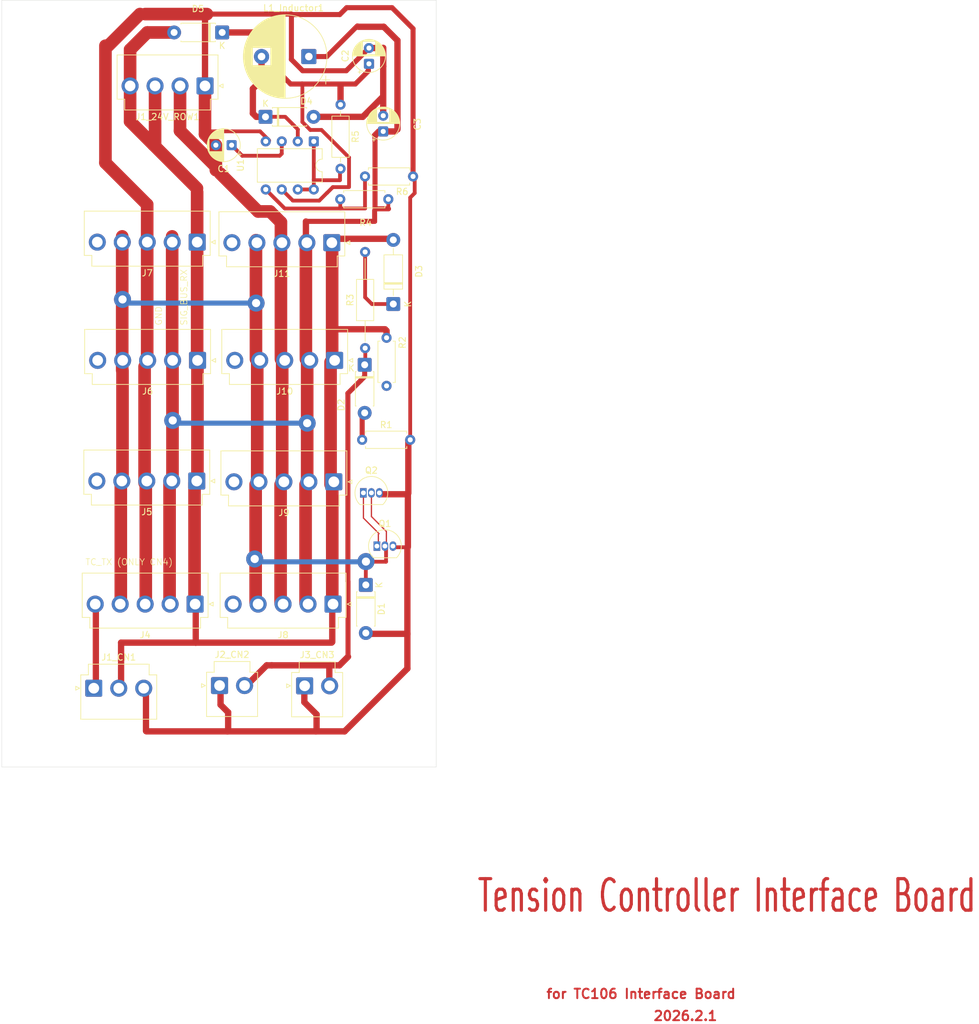
<source format=kicad_pcb>
(kicad_pcb (version 20241229) (generator "pcbnew") (generator_version "9.0")
  (layers (0 "F.Cu" signal) (2 "B.Cu" signal) (13 "F.Paste" user) (15 "B.Paste" user) (5 "F.SilkS" user "F.Silkscreen") (7 "B.SilkS" user "B.Silkscreen") (1 "F.Mask" user) (3 "B.Mask" user) (25 "Edge.Cuts" user))
  (net 0 "")
  (net 1 "/VCC_9V")
  (net 2 "Net-(D2-A)")
  (net 3 "Net-(U1-DC)")
  (net 4 "Net-(D2-K)")
  (net 5 "Net-(D3-K)")
  (net 6 "Net-(U1-TC)")
  (net 7 "Net-(D4-K)")
  (net 8 "/TC_CMD_BUS")
  (net 9 "/TC_DATA_REP")
  (net 10 "Net-(D5-K)")
  (net 11 "24V")
  (net 15 "GND")
  (net 16 "Net-(U1-Vfb)")
  (net 21 "/CMD_IN")
  (footprint "Connector_JST:JST_VH_B2P-VH-B_1x02_P3.96mm_Vertical" (layer "F.Cu") (at 156.8225 140.8)
    (property "Reference" "J3_CN3" (at 1.98 -4.9 0) (layer "F.SilkS"))
    (property "Value" "JST_VH_01x02")
    (pad "1" thru_hole roundrect (at 0 0) (size 2.7 2.7) (drill 1.7) (layers "*.Cu" "*.Mask") (roundrect_rratio 0.092593) (net 21 "/CMD_IN"))
    (pad "2" thru_hole circle (at 3.96 0) (size 2.7 2.7) (drill 1.7) (layers "*.Cu" "*.Mask") (net 4 "Net-(D2-K)"))
  )
  (footprint "Capacitor_THT:CP_Radial_D5.0mm_P2.50mm" (layer "F.Cu") (at 169.28 52.94 90)
    (property "Reference" "C3" (at 1.14 5.43 90) (layer "F.SilkS"))
    (property "Value" "470uF 16V")
    (pad "1" thru_hole roundrect (at 0 0 90) (size 1.6 1.6) (drill 0.8) (layers "*.Cu" "*.Mask") (roundrect_rratio 0.15625) (net 1 "/VCC_9V"))
    (pad "2" thru_hole circle (at 2.5 0 90) (size 1.6 1.6) (drill 0.8) (layers "*.Cu" "*.Mask") (net 15 "GND"))
  )
  (footprint "Resistor_THT:R_Axial_DIN0207_L6.3mm_D2.5mm_P7.62mm_Horizontal" (layer "F.Cu") (at 174.01 60.07 180)
    (property "Reference" "R6" (at 1.73 -2.41 0) (layer "F.SilkS"))
    (property "Value" "1kR")
    (pad "1" thru_hole circle (at 0 0 180) (size 1.6 1.6) (drill 0.8) (layers "*.Cu" "*.Mask") (net 21 "/CMD_IN"))
    (pad "2" thru_hole circle (at 7.62 0 180) (size 1.6 1.6) (drill 0.8) (layers "*.Cu" "*.Mask") (net 16 "Net-(U1-Vfb)"))
  )
  (footprint "Resistor_THT:R_Axial_DIN0207_L6.3mm_D2.5mm_P7.62mm_Horizontal" (layer "F.Cu") (at 165.94 101.81)
    (property "Reference" "R1" (at 3.81 -2.37 0) (layer "F.SilkS"))
    (property "Value" "220R")
    (pad "1" thru_hole circle (at 0 0) (size 1.6 1.6) (drill 0.8) (layers "*.Cu" "*.Mask") (net 2 "Net-(D2-A)"))
    (pad "2" thru_hole circle (at 7.62 0) (size 1.6 1.6) (drill 0.8) (layers "*.Cu" "*.Mask") (net 21 "/CMD_IN"))
  )
  (footprint "Connector_JST:JST_VH_B5P-VH-B_1x05_P3.96mm_Vertical" (layer "F.Cu") (at 161.32 127.85 180)
    (property "Reference" "J8" (at 7.92 -4.9 0) (layer "F.SilkS"))
    (property "Value" "JST_VH_01x05" (hide yes))
    (pad "1" thru_hole roundrect (at 0 0 180) (size 2.7 2.7) (drill 1.7) (layers "*.Cu" "*.Mask") (roundrect_rratio 0.092593) (net 11 "24V"))
    (pad "2" thru_hole circle (at 3.96 0 180) (size 2.7 2.7) (drill 1.7) (layers "*.Cu" "*.Mask") (net 1 "/VCC_9V"))
    (pad "3" thru_hole circle (at 7.92 0 180) (size 2.7 2.7) (drill 1.7) (layers "*.Cu" "*.Mask") (net 15 "GND"))
    (pad "4" thru_hole circle (at 11.88 0 180) (size 2.7 2.7) (drill 1.7) (layers "*.Cu" "*.Mask") (net 8 "/TC_CMD_BUS"))
    (pad "5" thru_hole circle (at 15.84 0 180) (size 2.7 2.7) (drill 1.7) (layers "*.Cu" "*.Mask"))
  )
  (footprint "Resistor_THT:R_Axial_DIN0207_L6.3mm_D2.5mm_P7.62mm_Horizontal" (layer "F.Cu") (at 169.81 93.26 90)
    (property "Reference" "R2" (at 6.86 2.52 90) (layer "F.SilkS"))
    (property "Value" "10kR")
    (pad "1" thru_hole circle (at 0 0 90) (size 1.6 1.6) (drill 0.8) (layers "*.Cu" "*.Mask"))
    (pad "2" thru_hole circle (at 7.62 0 90) (size 1.6 1.6) (drill 0.8) (layers "*.Cu" "*.Mask") (net 11 "24V"))
  )
  (footprint "Connector_JST:JST_VH_B5P-VH-B_1x05_P3.96mm_Vertical" (layer "F.Cu") (at 161.45 108.47 180)
    (property "Reference" "J9" (at 7.92 -4.9 0) (layer "F.SilkS"))
    (property "Value" "JST_VH_01x05" (hide yes))
    (pad "1" thru_hole roundrect (at 0 0 180) (size 2.7 2.7) (drill 1.7) (layers "*.Cu" "*.Mask") (roundrect_rratio 0.092593) (net 11 "24V"))
    (pad "2" thru_hole circle (at 3.96 0 180) (size 2.7 2.7) (drill 1.7) (layers "*.Cu" "*.Mask") (net 1 "/VCC_9V"))
    (pad "3" thru_hole circle (at 7.92 0 180) (size 2.7 2.7) (drill 1.7) (layers "*.Cu" "*.Mask") (net 15 "GND"))
    (pad "4" thru_hole circle (at 11.88 0 180) (size 2.7 2.7) (drill 1.7) (layers "*.Cu" "*.Mask") (net 8 "/TC_CMD_BUS"))
    (pad "5" thru_hole circle (at 15.84 0 180) (size 2.7 2.7) (drill 1.7) (layers "*.Cu" "*.Mask"))
  )
  (footprint "Resistor_THT:R_Axial_DIN0207_L6.3mm_D2.5mm_P15.24mm_Horizontal" (layer "F.Cu") (at 166.41 87.28 90)
    (property "Reference" "R3" (at 7.62 -2.37 90) (layer "F.SilkS"))
    (property "Value" "1k2R")
    (pad "1" thru_hole circle (at 0 0 90) (size 1.6 1.6) (drill 0.8) (layers "*.Cu" "*.Mask") (net 4 "Net-(D2-K)"))
    (pad "2" thru_hole circle (at 15.24 0 90) (size 1.6 1.6) (drill 0.8) (layers "*.Cu" "*.Mask") (net 5 "Net-(D3-K)"))
  )
  (footprint "Diode_THT:D_DO-41_SOD81_P7.62mm_Horizontal" (layer "F.Cu") (at 166.52 124.81 -90)
    (property "Reference" "D1" (at 3.81 -2.47 90) (layer "F.SilkS"))
    (property "Value" "1N4148" (hide yes))
    (fp_text user "K" (at 0 -2.1 90) (layer "F.SilkS"))
    (pad "1" thru_hole roundrect (at 0 0 270) (size 2.2 2.2) (drill 1.1) (layers "*.Cu" "*.Mask") (roundrect_rratio 0.113636) (net 8 "/TC_CMD_BUS"))
    (pad "2" thru_hole circle (at 7.62 0 270) (size 2.2 2.2) (drill 1.1) (layers "*.Cu" "*.Mask") (net 21 "/CMD_IN"))
  )
  (footprint "Diode_THT:D_DO-41_SOD81_P7.62mm_Horizontal" (layer "F.Cu") (at 166.34 89.92 -90)
    (property "Reference" "D2" (at 6.37 3.71 90) (layer "F.SilkS"))
    (property "Value" "1N4148")
    (fp_text user "K" (at 0.55 2.12 180) (layer "F.SilkS"))
    (pad "1" thru_hole roundrect (at 0 0 270) (size 2.2 2.2) (drill 1.1) (layers "*.Cu" "*.Mask") (roundrect_rratio 0.113636) (net 4 "Net-(D2-K)"))
    (pad "2" thru_hole circle (at 7.62 0 270) (size 2.2 2.2) (drill 1.1) (layers "*.Cu" "*.Mask") (net 2 "Net-(D2-A)"))
  )
  (footprint "Connector_JST:JST_VH_B5P-VH-B_1x05_P3.96mm_Vertical" (layer "F.Cu") (at 139.71 108.34 180)
    (property "Reference" "J5" (at 7.92 -4.9 0) (layer "F.SilkS"))
    (property "Value" "JST_VH_01x05" (hide yes))
    (pad "1" thru_hole roundrect (at 0 0 180) (size 2.7 2.7) (drill 1.7) (layers "*.Cu" "*.Mask") (roundrect_rratio 0.092593) (net 11 "24V"))
    (pad "2" thru_hole circle (at 3.96 0 180) (size 2.7 2.7) (drill 1.7) (layers "*.Cu" "*.Mask") (net 1 "/VCC_9V"))
    (pad "3" thru_hole circle (at 7.92 0 180) (size 2.7 2.7) (drill 1.7) (layers "*.Cu" "*.Mask") (net 15 "GND"))
    (pad "4" thru_hole circle (at 11.88 0 180) (size 2.7 2.7) (drill 1.7) (layers "*.Cu" "*.Mask") (net 8 "/TC_CMD_BUS"))
    (pad "5" thru_hole circle (at 15.84 0 180) (size 2.7 2.7) (drill 1.7) (layers "*.Cu" "*.Mask"))
  )
  (footprint "Diode_THT:D_DO-41_SOD81_P7.62mm_Horizontal" (layer "F.Cu") (at 150.61 50.62)
    (property "Reference" "D4" (at 6.496428 -2.48 0) (layer "F.SilkS"))
    (property "Value" "1N5819")
    (fp_text user "K" (at 0 -2.1 0) (layer "F.SilkS"))
    (pad "1" thru_hole roundrect (at 0 0) (size 2.2 2.2) (drill 1.1) (layers "*.Cu" "*.Mask") (roundrect_rratio 0.113636) (net 7 "Net-(D4-K)"))
    (pad "2" thru_hole circle (at 7.62 0) (size 2.2 2.2) (drill 1.1) (layers "*.Cu" "*.Mask") (net 15 "GND"))
  )
  (footprint "Package_TO_SOT_THT:TO-92_Inline" (layer "F.Cu") (at 166.13 110.22)
    (property "Reference" "Q2" (at 1.27 -3.56 0) (layer "F.SilkS"))
    (property "Value" "DTC143E")
    (pad "1" thru_hole rect (at 0 0) (size 1.05 1.5) (drill 0.75) (layers "*.Cu" "*.Mask") (net 15 "GND"))
    (pad "2" thru_hole oval (at 1.27 0) (size 1.05 1.5) (drill 0.75) (layers "*.Cu" "*.Mask") (net 8 "/TC_CMD_BUS"))
    (pad "3" thru_hole oval (at 2.54 0) (size 1.05 1.5) (drill 0.75) (layers "*.Cu" "*.Mask") (net 21 "/CMD_IN"))
  )
  (footprint "Capacitor_THT:CP_Radial_D13.0mm_P7.50mm" (layer "F.Cu") (at 157.485216 41.07 180)
    (property "Reference" "L1_Inductor1" (at 2.428788 7.7 0) (layer "F.SilkS"))
    (property "Value" "L_Ferrite" (hide yes))
    (pad "1" thru_hole roundrect (at 0 0 180) (size 2.4 2.4) (drill 1.2) (layers "*.Cu" "*.Mask") (roundrect_rratio 0.104167) (net 1 "/VCC_9V"))
    (pad "2" thru_hole circle (at 7.5 0 180) (size 2.4 2.4) (drill 1.2) (layers "*.Cu" "*.Mask") (net 7 "Net-(D4-K)"))
  )
  (footprint "Capacitor_THT:CP_Radial_D5.0mm_P2.50mm" (layer "F.Cu") (at 167.02 42.22 90)
    (property "Reference" "C2" (at 1.25 -3.75 90) (layer "F.SilkS"))
    (property "Value" "470pF 100V")
    (pad "1" thru_hole roundrect (at 0 0 90) (size 1.6 1.6) (drill 0.8) (layers "*.Cu" "*.Mask") (roundrect_rratio 0.15625) (net 10 "Net-(D5-K)"))
    (pad "2" thru_hole circle (at 2.5 0 90) (size 1.6 1.6) (drill 0.8) (layers "*.Cu" "*.Mask") (net 15 "GND"))
  )
  (footprint "Resistor_THT:R_Axial_DIN0207_L6.3mm_D2.5mm_P10.16mm_Horizontal" (layer "F.Cu") (at 162.51 48.69 -90)
    (property "Reference" "R5" (at 5.08 -2.37 270) (layer "F.SilkS"))
    (property "Value" "0R22")
    (pad "1" thru_hole circle (at 0 0 270) (size 1.6 1.6) (drill 0.8) (layers "*.Cu" "*.Mask") (net 10 "Net-(D5-K)"))
    (pad "2" thru_hole circle (at 10.16 0 270) (size 1.6 1.6) (drill 0.8) (layers "*.Cu" "*.Mask") (net 3 "Net-(U1-DC)"))
  )
  (footprint "Capacitor_THT:CP_Radial_D5.0mm_P2.50mm" (layer "F.Cu") (at 145.24 55.11 180)
    (property "Reference" "C1" (at 1.25 -3.75 0) (layer "F.SilkS"))
    (property "Value" "1000uF 35V")
    (pad "1" thru_hole roundrect (at 0 0 180) (size 1.6 1.6) (drill 0.8) (layers "*.Cu" "*.Mask") (roundrect_rratio 0.15625) (net 6 "Net-(U1-TC)"))
    (pad "2" thru_hole circle (at 2.5 0 180) (size 1.6 1.6) (drill 0.8) (layers "*.Cu" "*.Mask") (net 15 "GND"))
  )
  (footprint "Connector_JST:JST_VH_B3P-VH-B_1x03_P3.96mm_Vertical" (layer "F.Cu") (at 123.3825 141.18)
    (property "Reference" "J1_CN1" (at 3.96 -4.9 0) (layer "F.SilkS"))
    (property "Value" "JST_VH_01x03")
    (pad "1" thru_hole roundrect (at 0 0) (size 2.7 2.7) (drill 1.7) (layers "*.Cu" "*.Mask") (roundrect_rratio 0.092593) (net 9 "/TC_DATA_REP"))
    (pad "2" thru_hole circle (at 3.96 0) (size 2.7 2.7) (drill 1.7) (layers "*.Cu" "*.Mask") (net 11 "24V"))
    (pad "3" thru_hole circle (at 7.92 0) (size 2.7 2.7) (drill 1.7) (layers "*.Cu" "*.Mask") (net 21 "/CMD_IN"))
  )
  (footprint "Package_TO_SOT_THT:TO-92_Inline" (layer "F.Cu") (at 168.28 118.66)
    (property "Reference" "Q1" (at 1.27 -3.56 0) (layer "F.SilkS"))
    (property "Value" "DTC143E")
    (pad "1" thru_hole rect (at 0 0) (size 1.05 1.5) (drill 0.75) (layers "*.Cu" "*.Mask") (net 15 "GND"))
    (pad "2" thru_hole oval (at 1.27 0) (size 1.05 1.5) (drill 0.75) (layers "*.Cu" "*.Mask") (net 8 "/TC_CMD_BUS"))
    (pad "3" thru_hole oval (at 2.54 0) (size 1.05 1.5) (drill 0.75) (layers "*.Cu" "*.Mask") (net 21 "/CMD_IN"))
  )
  (footprint "Connector_JST:JST_VH_B2P-VH-B_1x02_P3.96mm_Vertical" (layer "F.Cu") (at 143.33 140.76)
    (property "Reference" "J2_CN2" (at 1.98 -4.9 0) (layer "F.SilkS"))
    (property "Value" "JST_VH_01x02")
    (pad "1" thru_hole roundrect (at 0 0) (size 2.7 2.7) (drill 1.7) (layers "*.Cu" "*.Mask") (roundrect_rratio 0.092593) (net 21 "/CMD_IN"))
    (pad "2" thru_hole circle (at 3.96 0) (size 2.7 2.7) (drill 1.7) (layers "*.Cu" "*.Mask") (net 4 "Net-(D2-K)"))
  )
  (footprint "Diode_THT:D_DO-41_SOD81_P10.16mm_Horizontal" (layer "F.Cu") (at 170.876428 80.29 90)
    (property "Reference" "D3" (at 5.17 4.07 90) (layer "F.SilkS"))
    (property "Value" "1N4148")
    (fp_text user "K" (at -0.01 2.323572 90) (layer "F.SilkS"))
    (pad "1" thru_hole roundrect (at 0 0 90) (size 2.2 2.2) (drill 1.1) (layers "*.Cu" "*.Mask") (roundrect_rratio 0.113636) (net 5 "Net-(D3-K)"))
    (pad "2" thru_hole circle (at 10.16 0 90) (size 2.2 2.2) (drill 1.1) (layers "*.Cu" "*.Mask") (net 11 "24V"))
  )
  (footprint "Connector_JST:JST_VH_B5P-VH-B_1x05_P3.96mm_Vertical" (layer "F.Cu") (at 139.84 89.22 180)
    (property "Reference" "J6" (at 7.92 -4.9 0) (layer "F.SilkS"))
    (property "Value" "JST_VH_01x05" (hide yes))
    (pad "1" thru_hole roundrect (at 0 0 180) (size 2.7 2.7) (drill 1.7) (layers "*.Cu" "*.Mask") (roundrect_rratio 0.092593) (net 11 "24V"))
    (pad "2" thru_hole circle (at 3.96 0 180) (size 2.7 2.7) (drill 1.7) (layers "*.Cu" "*.Mask") (net 1 "/VCC_9V"))
    (pad "3" thru_hole circle (at 7.92 0 180) (size 2.7 2.7) (drill 1.7) (layers "*.Cu" "*.Mask") (net 15 "GND"))
    (pad "4" thru_hole circle (at 11.88 0 180) (size 2.7 2.7) (drill 1.7) (layers "*.Cu" "*.Mask") (net 8 "/TC_CMD_BUS"))
    (pad "5" thru_hole circle (at 15.84 0 180) (size 2.7 2.7) (drill 1.7) (layers "*.Cu" "*.Mask"))
  )
  (footprint "Package_DIP:DIP-8_W7.62mm" (layer "F.Cu") (at 158.27 54.515 -90)
    (property "Reference" "U1" (at 3.785 11.62 90) (layer "F.SilkS"))
    (property "Value" "MC34063AP")
    (pad "1" thru_hole roundrect (at 0 0 270) (size 1.6 1.6) (drill 0.8) (layers "*.Cu" "*.Mask") (roundrect_rratio 0.15625) (net 3 "Net-(U1-DC)"))
    (pad "2" thru_hole circle (at 0 2.54 270) (size 1.6 1.6) (drill 0.8) (layers "*.Cu" "*.Mask") (net 7 "Net-(D4-K)"))
    (pad "3" thru_hole circle (at 0 5.08 270) (size 1.6 1.6) (drill 0.8) (layers "*.Cu" "*.Mask") (net 6 "Net-(U1-TC)"))
    (pad "4" thru_hole circle (at 0 7.62 270) (size 1.6 1.6) (drill 0.8) (layers "*.Cu" "*.Mask") (net 15 "GND"))
    (pad "5" thru_hole circle (at 7.62 7.62 270) (size 1.6 1.6) (drill 0.8) (layers "*.Cu" "*.Mask") (net 16 "Net-(U1-Vfb)"))
    (pad "6" thru_hole circle (at 7.62 5.08 270) (size 1.6 1.6) (drill 0.8) (layers "*.Cu" "*.Mask") (net 10 "Net-(D5-K)"))
    (pad "7" thru_hole circle (at 7.62 2.54 270) (size 1.6 1.6) (drill 0.8) (layers "*.Cu" "*.Mask") (net 3 "Net-(U1-DC)"))
    (pad "8" thru_hole circle (at 7.62 0 270) (size 1.6 1.6) (drill 0.8) (layers "*.Cu" "*.Mask") (net 3 "Net-(U1-DC)"))
  )
  (footprint "Connector_JST:JST_VH_B4P-VH-B_1x04_P3.96mm_Vertical" (layer "F.Cu") (at 141.02 45.72 180)
    (property "Reference" "J1_24V_ROW1" (at 5.94 -4.9 0) (layer "F.SilkS"))
    (property "Value" "JST_VH_01x04" (hide yes))
    (pad "1" thru_hole roundrect (at 0 0 180) (size 2.7 2.7) (drill 1.7) (layers "*.Cu" "*.Mask") (roundrect_rratio 0.092593) (net 15 "GND"))
    (pad "2" thru_hole circle (at 3.96 0 180) (size 2.7 2.7) (drill 1.7) (layers "*.Cu" "*.Mask") (net 15 "GND"))
    (pad "3" thru_hole circle (at 7.92 0 180) (size 2.7 2.7) (drill 1.7) (layers "*.Cu" "*.Mask") (net 11 "24V"))
    (pad "4" thru_hole circle (at 11.88 0 180) (size 2.7 2.7) (drill 1.7) (layers "*.Cu" "*.Mask") (net 11 "24V"))
  )
  (footprint "Connector_JST:JST_VH_B5P-VH-B_1x05_P3.96mm_Vertical" (layer "F.Cu") (at 139.45 127.85 180)
    (property "Reference" "J4" (at 7.92 -4.9 0) (layer "F.SilkS"))
    (property "Value" "JST_VH_01x05" (hide yes))
    (pad "1" thru_hole roundrect (at 0 0 180) (size 2.7 2.7) (drill 1.7) (layers "*.Cu" "*.Mask") (roundrect_rratio 0.092593) (net 11 "24V"))
    (pad "2" thru_hole circle (at 3.96 0 180) (size 2.7 2.7) (drill 1.7) (layers "*.Cu" "*.Mask") (net 1 "/VCC_9V"))
    (pad "3" thru_hole circle (at 7.92 0 180) (size 2.7 2.7) (drill 1.7) (layers "*.Cu" "*.Mask") (net 15 "GND"))
    (pad "4" thru_hole circle (at 11.88 0 180) (size 2.7 2.7) (drill 1.7) (layers "*.Cu" "*.Mask") (net 8 "/TC_CMD_BUS"))
    (pad "5" thru_hole circle (at 15.84 0 180) (size 2.7 2.7) (drill 1.7) (layers "*.Cu" "*.Mask") (net 9 "/TC_DATA_REP"))
  )
  (footprint "Connector_JST:JST_VH_B5P-VH-B_1x05_P3.96mm_Vertical" (layer "F.Cu") (at 161.13 70.57 180)
    (property "Reference" "J11" (at 7.92 -4.9 0) (layer "F.SilkS"))
    (property "Value" "JST_VH_01x05" (hide yes))
    (pad "1" thru_hole roundrect (at 0 0 180) (size 2.7 2.7) (drill 1.7) (layers "*.Cu" "*.Mask") (roundrect_rratio 0.092593) (net 11 "24V"))
    (pad "2" thru_hole circle (at 3.96 0 180) (size 2.7 2.7) (drill 1.7) (layers "*.Cu" "*.Mask") (net 1 "/VCC_9V"))
    (pad "3" thru_hole circle (at 7.92 0 180) (size 2.7 2.7) (drill 1.7) (layers "*.Cu" "*.Mask") (net 15 "GND"))
    (pad "4" thru_hole circle (at 11.88 0 180) (size 2.7 2.7) (drill 1.7) (layers "*.Cu" "*.Mask") (net 8 "/TC_CMD_BUS"))
    (pad "5" thru_hole circle (at 15.84 0 180) (size 2.7 2.7) (drill 1.7) (layers "*.Cu" "*.Mask"))
  )
  (footprint "Diode_THT:D_DO-41_SOD81_P7.62mm_Horizontal" (layer "F.Cu") (at 143.74 37.25 180)
    (property "Reference" "D5" (at 3.833572 3.75 0) (layer "F.SilkS"))
    (property "Value" "1N4007")
    (fp_text user "K" (at 0 -2.1 0) (layer "F.SilkS"))
    (pad "1" thru_hole roundrect (at 0 0 180) (size 2.2 2.2) (drill 1.1) (layers "*.Cu" "*.Mask") (roundrect_rratio 0.113636) (net 10 "Net-(D5-K)"))
    (pad "2" thru_hole circle (at 7.62 0 180) (size 2.2 2.2) (drill 1.1) (layers "*.Cu" "*.Mask") (net 11 "24V"))
  )
  (footprint "Connector_JST:JST_VH_B5P-VH-B_1x05_P3.96mm_Vertical" (layer "F.Cu") (at 161.58 89.22 180)
    (property "Reference" "J10" (at 7.92 -4.9 0) (layer "F.SilkS"))
    (property "Value" "JST_VH_01x05" (hide yes))
    (pad "1" thru_hole roundrect (at 0 0 180) (size 2.7 2.7) (drill 1.7) (layers "*.Cu" "*.Mask") (roundrect_rratio 0.092593) (net 11 "24V"))
    (pad "2" thru_hole circle (at 3.96 0 180) (size 2.7 2.7) (drill 1.7) (layers "*.Cu" "*.Mask") (net 1 "/VCC_9V"))
    (pad "3" thru_hole circle (at 7.92 0 180) (size 2.7 2.7) (drill 1.7) (layers "*.Cu" "*.Mask") (net 15 "GND"))
    (pad "4" thru_hole circle (at 11.88 0 180) (size 2.7 2.7) (drill 1.7) (layers "*.Cu" "*.Mask") (net 8 "/TC_CMD_BUS"))
    (pad "5" thru_hole circle (at 15.84 0 180) (size 2.7 2.7) (drill 1.7) (layers "*.Cu" "*.Mask"))
  )
  (footprint "Connector_JST:JST_VH_B5P-VH-B_1x05_P3.96mm_Vertical" (layer "F.Cu") (at 139.78 70.48 180)
    (property "Reference" "J7" (at 7.92 -4.9 0) (layer "F.SilkS"))
    (property "Value" "JST_VH_01x05" (hide yes))
    (pad "1" thru_hole roundrect (at 0 0 180) (size 2.7 2.7) (drill 1.7) (layers "*.Cu" "*.Mask") (roundrect_rratio 0.092593) (net 11 "24V"))
    (pad "2" thru_hole circle (at 3.96 0 180) (size 2.7 2.7) (drill 1.7) (layers "*.Cu" "*.Mask") (net 1 "/VCC_9V"))
    (pad "3" thru_hole circle (at 7.92 0 180) (size 2.7 2.7) (drill 1.7) (layers "*.Cu" "*.Mask") (net 15 "GND"))
    (pad "4" thru_hole circle (at 11.88 0 180) (size 2.7 2.7) (drill 1.7) (layers "*.Cu" "*.Mask") (net 8 "/TC_CMD_BUS"))
    (pad "5" thru_hole circle (at 15.84 0 180) (size 2.7 2.7) (drill 1.7) (layers "*.Cu" "*.Mask"))
  )
  (footprint "Resistor_THT:R_Axial_DIN0207_L6.3mm_D2.5mm_P7.62mm_Horizontal" (layer "F.Cu") (at 162.47 63.68)
    (property "Reference" "R4" (at 4.02 3.72 0) (layer "F.SilkS"))
    (property "Value" "6k2R")
    (pad "1" thru_hole circle (at 0 0) (size 1.6 1.6) (drill 0.8) (layers "*.Cu" "*.Mask") (net 16 "Net-(U1-Vfb)"))
    (pad "2" thru_hole circle (at 7.62 0) (size 1.6 1.6) (drill 0.8) (layers "*.Cu" "*.Mask") (net 1 "/VCC_9V"))
  )
  (gr_rect (start 108.8 32.13) (end 177.69 153.68) (stroke (width 0.05)) (fill no) (layer "Edge.Cuts"))
  (gr_text "Tension Controller Interface Board" (at 184 177 0) (layer "F.Cu") (effects (font (size 5 3) (thickness 0.5)) (justify left bottom)))
  (gr_text "for TC106 Interface Board" (at 195 190.5 0) (layer "F.Cu") (effects (font (size 1.5 1.5) (thickness 0.3) (bold yes)) (justify left bottom)))
  (gr_text "2026.2.1" (at 212 194 0) (layer "F.Cu") (effects (font (size 1.5 1.5) (thickness 0.3) (bold yes)) (justify left bottom)))
  (gr_text "TC_TX (ONLY CN4)" (at 121.9962 121.7676 0) (layer "F.SilkS") (effects (font (size 1 1) (thickness 0.1)) (justify left bottom)))
  (gr_text "SIG_BUS_RX" (at 138.27 83.75 90) (layer "F.SilkS") (effects (font (size 1 1) (thickness 0.1)) (justify left bottom)))
  (gr_text "GND" (at 134.26 83.75 90) (layer "F.SilkS") (effects (font (size 1 1) (thickness 0.1)) (justify left bottom)))
  (segment (start 135.81 89.18) (end 135.86 89.23) (width 0.2) (layer "F.Cu") (net 1))
  (segment (start 157.485216 41.07) (end 160.32 41.07) (width 0.8) (layer "F.Cu") (net 1))
  (segment (start 157.02 70.17) (end 157.02 89.03) (width 2) (layer "F.Cu") (net 1))
  (segment (start 169.37 36.35) (end 171.54 38.52) (width 1) (layer "F.Cu") (net 1))
  (segment (start 135.81 69.57) (end 135.81 89.18) (width 2) (layer "F.Cu") (net 1))
  (segment (start 165.18 36.21) (end 165.32 36.35) (width 0.2) (layer "F.Cu") (net 1))
  (segment (start 170.12 65.2) (end 168.12 65.2) (width 0.8) (layer "F.Cu") (net 1))
  (segment (start 157.02 67.206428) (end 157.036428 67.19) (width 0.2) (layer "F.Cu") (net 1))
  (segment (start 170.09 63.68) (end 170.09 65.17) (width 0.6) (layer "F.Cu") (net 1))
  (segment (start 167.92 65.46) (end 168.18 65.2) (width 0.2) (layer "F.Cu") (net 1))
  (segment (start 167.98 53.56) (end 168.6 52.94) (width 1) (layer "F.Cu") (net 1))
  (segment (start 135.86 89.23) (end 135.86 108.19) (width 2) (layer "F.Cu") (net 1))
  (segment (start 171.16 52.94) (end 169.28 52.94) (width 1) (layer "F.Cu") (net 1))
  (segment (start 167.98 65.06) (end 167.98 53.56) (width 0.8) (layer "F.Cu") (net 1))
  (segment (start 157.22 89.23) (end 157.22 99.11) (width 2) (layer "F.Cu") (net 1))
  (segment (start 170.09 65.17) (end 170.12 65.2) (width 0.2) (layer "F.Cu") (net 1))
  (segment (start 157.02 89.03) (end 157.22 89.23) (width 0.2) (layer "F.Cu") (net 1))
  (segment (start 171.54 38.52) (end 171.54 52.62) (width 1) (layer "F.Cu") (net 1))
  (segment (start 167.92 67.19) (end 167.92 65.46) (width 0.8) (layer "F.Cu") (net 1))
  (segment (start 168.12 65.2) (end 167.98 65.06) (width 0.2) (layer "F.Cu") (net 1))
  (segment (start 156.97 108.89) (end 156.97 127.67) (width 2) (layer "F.Cu") (net 1))
  (segment (start 156.97 127.67) (end 157.24 127.94) (width 0.2) (layer "F.Cu") (net 1))
  (segment (start 157.22 99.17) (end 157.22 108.64) (width 2) (layer "F.Cu") (net 1))
  (segment (start 171.19 52.97) (end 171.16 52.94) (width 0.2) (layer "F.Cu") (net 1))
  (segment (start 168.6 52.94) (end 169.28 52.94) (width 0.2) (layer "F.Cu") (net 1))
  (segment (start 157.02 70.17) (end 157.02 67.206428) (width 1) (layer "F.Cu") (net 1))
  (segment (start 157.036428 67.19) (end 167.92 67.19) (width 0.8) (layer "F.Cu") (net 1))
  (segment (start 135.86 108.19) (end 135.4 108.65) (width 0.2) (layer "F.Cu") (net 1))
  (segment (start 165.32 36.35) (end 169.37 36.35) (width 1) (layer "F.Cu") (net 1))
  (segment (start 135.4 108.65) (end 135.4 127.67) (width 2) (layer "F.Cu") (net 1))
  (segment (start 171.54 52.62) (end 171.19 52.97) (width 0.2) (layer "F.Cu") (net 1))
  (segment (start 135.4 127.67) (end 135.59 127.86) (width 0.2) (layer "F.Cu") (net 1))
  (segment (start 157.22 108.64) (end 156.97 108.89) (width 0.2) (layer "F.Cu") (net 1))
  (segment (start 160.32 41.07) (end 165.18 36.21) (width 0.8) (layer "F.Cu") (net 1))
  (via (at 135.9 98.74) (size 2.7) (drill 1.3) (layers "F.Cu" "B.Cu") (net 1))
  (via (at 157.22 99.17) (size 2.7) (drill 1.3) (layers "F.Cu" "B.Cu") (net 1))
  (segment (start 157.22 99.17) (end 136.33 99.17) (width 0.8) (layer "B.Cu") (net 1))
  (segment (start 136.33 99.17) (end 135.9 98.74) (width 0.2) (layer "B.Cu") (net 1))
  (segment (start 165.96 102.24) (end 165.64 101.92) (width 0.2) (layer "F.Cu") (net 2))
  (segment (start 165.94 97.94) (end 166.34 97.54) (width 0.2) (layer "F.Cu") (net 2))
  (segment (start 165.64 98.27) (end 165.67 98.24) (width 0.2) (layer "F.Cu") (net 2))
  (segment (start 165.94 101.81) (end 165.94 97.94) (width 0.8) (layer "F.Cu") (net 2))
  (segment (start 162.43 58.71) (end 162.43 60.646428) (width 0.6) (layer "F.Cu") (net 3))
  (segment (start 158.28 60.67) (end 158.27 60.66) (width 0.2) (layer "F.Cu") (net 3))
  (segment (start 158.27 60.66) (end 158.27 60.55) (width 0.2) (layer "F.Cu") (net 3))
  (segment (start 162.406428 60.67) (end 158.28 60.67) (width 0.6) (layer "F.Cu") (net 3))
  (segment (start 162.43 60.646428) (end 162.406428 60.67) (width 0.2) (layer "F.Cu") (net 3))
  (segment (start 158.27 62.135) (end 158.27 60.55) (width 0.6) (layer "F.Cu") (net 3))
  (segment (start 155.73 62.135) (end 158.27 62.135) (width 0.6) (layer "F.Cu") (net 3))
  (segment (start 158.27 60.55) (end 158.27 54.515) (width 0.6) (layer "F.Cu") (net 3))
  (segment (start 151.59 137.55) (end 160.81 137.55) (width 1) (layer "F.Cu") (net 4))
  (segment (start 166.44 89.82) (end 166.34 89.92) (width 0.2) (layer "F.Cu") (net 4))
  (segment (start 162.34 137.55) (end 163.7 136.19) (width 1) (layer "F.Cu") (net 4))
  (segment (start 163.76 136.19) (end 163.7 136.13) (width 0.2) (layer "F.Cu") (net 4))
  (segment (start 163.7 136.19) (end 163.76 136.19) (width 0.2) (layer "F.Cu") (net 4))
  (segment (start 166.34 91.78) (end 165.67 92.45) (width 0.8) (layer "F.Cu") (net 4))
  (segment (start 160.81 137.55) (end 162.34 137.55) (width 1) (layer "F.Cu") (net 4))
  (segment (start 163.7 136.13) (end 163.7 124.243572) (width 0.8) (layer "F.Cu") (net 4))
  (segment (start 150.8025 137.55) (end 151.59 137.55) (width 1) (layer "F.Cu") (net 4))
  (segment (start 147.4425 140.91) (end 150.8025 137.55) (width 1) (layer "F.Cu") (net 4))
  (segment (start 166.34 89.92) (end 166.34 91.78) (width 0.8) (layer "F.Cu") (net 4))
  (segment (start 166.44 87.87) (end 166.44 89.82) (width 0.6) (layer "F.Cu") (net 4))
  (segment (start 160.7325 137.7125) (end 160.69 137.67) (width 0.2) (layer "F.Cu") (net 4))
  (segment (start 165.67 92.45) (end 163.68 94.44) (width 0.8) (layer "F.Cu") (net 4))
  (segment (start 160.7325 140.91) (end 160.7325 137.7125) (width 1) (layer "F.Cu") (net 4))
  (segment (start 163.68 94.44) (end 163.68 124.223572) (width 0.8) (layer "F.Cu") (net 4))
  (segment (start 160.69 137.67) (end 160.81 137.55) (width 0.2) (layer "F.Cu") (net 4))
  (segment (start 170.876428 80.29) (end 167.5 80.29) (width 0.6) (layer "F.Cu") (net 5))
  (segment (start 166.41 79.22) (end 166.41 72.04) (width 0.6) (layer "F.Cu") (net 5))
  (segment (start 167.5 80.29) (end 167.49 80.3) (width 0.2) (layer "F.Cu") (net 5))
  (segment (start 167.49 80.3) (end 166.41 79.22) (width 0.6) (layer "F.Cu") (net 5))
  (segment (start 153.74 55.065) (end 153.19 54.515) (width 0.2) (layer "F.Cu") (net 6))
  (segment (start 145.24 55.11) (end 146.92 56.79) (width 0.6) (layer "F.Cu") (net 6))
  (segment (start 146.92 56.79) (end 152.86 56.79) (width 0.6) (layer "F.Cu") (net 6))
  (segment (start 153.19 56.46) (end 153.19 54.515) (width 0.6) (layer "F.Cu") (net 6))
  (segment (start 152.86 56.79) (end 153.19 56.46) (width 0.6) (layer "F.Cu") (net 6))
  (segment (start 150.61 50.62) (end 149.15 50.62) (width 1) (layer "F.Cu") (net 7))
  (segment (start 155.73 54.515) (end 155.73 52.68) (width 0.6) (layer "F.Cu") (net 7))
  (segment (start 149.15 50.62) (end 148.61 50.08) (width 1) (layer "F.Cu") (net 7))
  (segment (start 153.75 50.62) (end 150.61 50.62) (width 0.6) (layer "F.Cu") (net 7))
  (segment (start 148.61 46.17) (end 149.985216 44.794784) (width 1) (layer "F.Cu") (net 7))
  (segment (start 148.61 50.08) (end 148.61 46.17) (width 1) (layer "F.Cu") (net 7))
  (segment (start 153.82 50.69) (end 153.75 50.62) (width 0.2) (layer "F.Cu") (net 7))
  (segment (start 155.73 52.68) (end 155.77 52.64) (width 0.2) (layer "F.Cu") (net 7))
  (segment (start 149.985216 44.794784) (end 149.985216 41.07) (width 1) (layer "F.Cu") (net 7))
  (segment (start 155.77 52.64) (end 153.82 50.69) (width 0.6) (layer "F.Cu") (net 7))
  (segment (start 149.05 127.67) (end 149.32 127.94) (width 0.2) (layer "F.Cu") (net 8))
  (segment (start 149.1 70.17) (end 149.1 89.03) (width 2) (layer "F.Cu") (net 8))
  (segment (start 166.52 121.13) (end 169.72 121.13) (width 0.6) (layer "F.Cu") (net 8))
  (segment (start 166.52 121.13) (end 166.54 121.11) (width 0.2) (layer "F.Cu") (net 8))
  (segment (start 167.41 113.97) (end 169.78 116.34) (width 0.2) (layer "F.Cu") (net 8))
  (segment (start 169.72 121.13) (end 169.73 121.14) (width 0.2) (layer "F.Cu") (net 8))
  (segment (start 166.52 121.51) (end 166.79 121.24) (width 0.2) (layer "F.Cu") (net 8))
  (segment (start 127.67 108.84) (end 127.48 108.65) (width 0.2) (layer "F.Cu") (net 8))
  (segment (start 149.05 108.89) (end 149.05 127.67) (width 2) (layer "F.Cu") (net 8))
  (segment (start 127.94 89.23) (end 127.94 90.87) (width 0.2) (layer "F.Cu") (net 8))
  (segment (start 127.94 108.19) (end 127.48 108.65) (width 0.2) (layer "F.Cu") (net 8))
  (segment (start 169.78 116.34) (end 169.78 118.61) (width 0.2) (layer "F.Cu") (net 8))
  (segment (start 169.73 121.14) (end 169.73 118.84) (width 0.6) (layer "F.Cu") (net 8))
  (segment (start 127.89 69.57) (end 127.89 90.82) (width 2) (layer "F.Cu") (net 8))
  (segment (start 149.3 89.23) (end 149.3 108.64) (width 2) (layer "F.Cu") (net 8))
  (segment (start 166.52 124.81) (end 166.52 121.13) (width 0.6) (layer "F.Cu") (net 8))
  (segment (start 166.71 125.23) (end 166.7 125.22) (width 0.2) (layer "F.Cu") (net 8))
  (segment (start 127.67 127.86) (end 127.67 108.84) (width 2) (layer "F.Cu") (net 8))
  (segment (start 127.94 90.87) (end 127.94 108.19) (width 2) (layer "F.Cu") (net 8))
  (segment (start 149.3 108.64) (end 149.05 108.89) (width 0.2) (layer "F.Cu") (net 8))
  (segment (start 127.89 90.82) (end 127.94 90.87) (width 0.2) (layer "F.Cu") (net 8))
  (segment (start 167.41 110.44) (end 167.41 113.97) (width 0.2) (layer "F.Cu") (net 8))
  (segment (start 149.1 89.03) (end 149.3 89.23) (width 0.2) (layer "F.Cu") (net 8))
  (via (at 127.94 79.56) (size 2.7) (drill 1.3) (layers "F.Cu" "B.Cu") (net 8))
  (via (at 166.54 121.11) (size 2.7) (drill 1.3) (layers "F.Cu" "B.Cu") (net 8))
  (via (at 148.9 120.7) (size 2.7) (drill 1.3) (layers "F.Cu" "B.Cu") (net 8))
  (via (at 149.12 80.14) (size 2.7) (drill 1.3) (layers "F.Cu" "B.Cu") (net 8))
  (segment (start 149.35 121.15) (end 148.9 120.7) (width 0.2) (layer "B.Cu") (net 8))
  (segment (start 166 121.15) (end 149.35 121.15) (width 0.8) (layer "B.Cu") (net 8))
  (segment (start 149.12 80.14) (end 128.52 80.14) (width 0.8) (layer "B.Cu") (net 8))
  (segment (start 128.52 80.14) (end 127.94 79.56) (width 0.2) (layer "B.Cu") (net 8))
  (segment (start 123.71 127.86) (end 123.71 140.9575) (width 1) (layer "F.Cu") (net 9))
  (segment (start 123.71 140.9575) (end 123.7525 141) (width 0.2) (layer "F.Cu") (net 9))
  (segment (start 163.86 61.74) (end 163.86 57.09) (width 0.6) (layer "F.Cu") (net 10))
  (segment (start 167.321 42.4039) (end 167.0861 42.169) (width 0.2) (layer "F.Cu") (net 10))
  (segment (start 156.46 45.463572) (end 156.416428 45.42) (width 0.2) (layer "F.Cu") (net 10))
  (segment (start 154.6 45.42) (end 156.416428 45.42) (width 0.8) (layer "F.Cu") (net 10))
  (segment (start 163.84 61.76) (end 163.86 61.74) (width 0.2) (layer "F.Cu") (net 10))
  (segment (start 156.46 51.44) (end 156.46 45.463572) (width 0.6) (layer "F.Cu") (net 10))
  (segment (start 166.92 42.57) (end 166.92 43.36) (width 0.8) (layer "F.Cu") (net 10))
  (segment (start 150.12 37.25) (end 152.54 39.67) (width 1) (layer "F.Cu") (net 10))
  (segment (start 143.74 37.25) (end 150.12 37.25) (width 1) (layer "F.Cu") (net 10))
  (segment (start 159.136428 63.9) (end 160.386428 62.65) (width 0.6) (layer "F.Cu") (net 10))
  (segment (start 159.49 52.7) (end 157.72 52.7) (width 0.6) (layer "F.Cu") (net 10))
  (segment (start 154.936428 63.881428) (end 154.936428 63.9) (width 0.2) (layer "F.Cu") (net 10))
  (segment (start 162.51 45.881) (end 162.57 45.821) (width 0.2) (layer "F.Cu") (net 10))
  (segment (start 162.57 45.821) (end 162.66 45.911) (width 0.2) (layer "F.Cu") (net 10))
  (segment (start 161.29 61.76) (end 163.84 61.76) (width 0.6) (layer "F.Cu") (net 10))
  (segment (start 157.72 52.7) (end 156.46 51.44) (width 0.6) (layer "F.Cu") (net 10))
  (segment (start 152.54 39.67) (end 152.54 43.36) (width 1) (layer "F.Cu") (net 10))
  (segment (start 163.86 57.09) (end 163.87 57.08) (width 0.2) (layer "F.Cu") (net 10))
  (segment (start 152.54 43.36) (end 154.6 45.42) (width 0.8) (layer "F.Cu") (net 10))
  (segment (start 164.86 45.42) (end 156.416428 45.42) (width 0.8) (layer "F.Cu") (net 10))
  (segment (start 160.386428 62.65) (end 160.4 62.65) (width 0.2) (layer "F.Cu") (net 10))
  (segment (start 163.87 57.08) (end 159.49 52.7) (width 0.6) (layer "F.Cu") (net 10))
  (segment (start 154.936428 63.9) (end 159.136428 63.9) (width 0.6) (layer "F.Cu") (net 10))
  (segment (start 153.19 62.135) (end 154.936428 63.881428) (width 0.6) (layer "F.Cu") (net 10))
  (segment (start 160.4 62.65) (end 161.29 61.76) (width 0.6) (layer "F.Cu") (net 10))
  (segment (start 166.92 43.36) (end 164.86 45.42) (width 0.8) (layer "F.Cu") (net 10))
  (segment (start 162.51 48.69) (end 162.51 45.881) (width 1) (layer "F.Cu") (net 10))
  (segment (start 139.82 89.23) (end 139.82 108.19) (width 2) (layer "F.Cu") (net 11))
  (segment (start 161.18 84.38) (end 161.18 70.37) (width 2) (layer "F.Cu") (net 11))
  (segment (start 139.77 69.57) (end 139.77 89.18) (width 2) (layer "F.Cu") (net 11))
  (segment (start 169.81 85.64) (end 169.81 84.51) (width 1) (layer "F.Cu") (net 11))
  (segment (start 161.27 84.29) (end 161.18 84.38) (width 0.2) (layer "F.Cu") (net 11))
  (segment (start 170.86 69.95) (end 161.2 69.95) (width 1) (layer "F.Cu") (net 11))
  (segment (start 127.7125 133.96) (end 139.55 133.96) (width 1) (layer "F.Cu") (net 11))
  (segment (start 139.36 127.67) (end 139.55 127.86) (width 0.2) (layer "F.Cu") (net 11))
  (segment (start 161.2 109.16) (end 160.93 108.89) (width 0.2) (layer "F.Cu") (net 11))
  (segment (start 129.14 45.72) (end 129.14 39.97) (width 2) (layer "F.Cu") (net 11))
  (segment (start 161.2 69.95) (end 160.98 70.17) (width 0.2) (layer "F.Cu") (net 11))
  (segment (start 133.1 54.85) (end 132.87 55.08) (width 0.2) (layer "F.Cu") (net 11))
  (segment (start 139.36 108.65) (end 139.36 127.67) (width 2) (layer "F.Cu") (net 11))
  (segment (start 131.86 37.25) (end 136.12 37.25) (width 2) (layer "F.Cu") (net 11))
  (segment (start 169.81 84.51) (end 169.59 84.29) (width 0.2) (layer "F.Cu") (net 11))
  (segment (start 161.2 133.856428) (end 161.2 127.94) (width 1) (layer "F.Cu") (net 11))
  (segment (start 139.82 108.19) (end 139.36 108.65) (width 0.2) (layer "F.Cu") (net 11))
  (segment (start 139.77 62.54) (end 139.75 62.52) (width 0.2) (layer "F.Cu") (net 11))
  (segment (start 169.59 84.29) (end 161.27 84.29) (width 1) (layer "F.Cu") (net 11))
  (segment (start 161.2 127.94) (end 161.2 109.16) (width 2) (layer "F.Cu") (net 11))
  (segment (start 129.14 51.33) (end 129.14 45.72) (width 2) (layer "F.Cu") (net 11))
  (segment (start 132.87 55.08) (end 129.13 51.34) (width 2) (layer "F.Cu") (net 11))
  (segment (start 129.13 51.34) (end 129.14 51.33) (width 0.2) (layer "F.Cu") (net 11))
  (segment (start 160.93 108.89) (end 160.93 89.48) (width 2) (layer "F.Cu") (net 11))
  (segment (start 139.75 61.96) (end 132.87 55.08) (width 2) (layer "F.Cu") (net 11))
  (segment (start 127.7125 141) (end 127.7125 133.96) (width 1) (layer "F.Cu") (net 11))
  (segment (start 139.55 127.86) (end 139.55 133.96) (width 1) (layer "F.Cu") (net 11))
  (segment (start 139.55 133.96) (end 161.096428 133.96) (width 1) (layer "F.Cu") (net 11))
  (segment (start 161.18 89.23) (end 161.18 84.38) (width 2) (layer "F.Cu") (net 11))
  (segment (start 133.1 45.72) (end 133.1 54.85) (width 2) (layer "F.Cu") (net 11))
  (segment (start 129.14 39.97) (end 131.86 37.25) (width 2) (layer "F.Cu") (net 11))
  (segment (start 161.096428 133.96) (end 161.2 133.856428) (width 0.2) (layer "F.Cu") (net 11))
  (segment (start 161.18 70.37) (end 160.98 70.17) (width 0.2) (layer "F.Cu") (net 11))
  (segment (start 139.77 89.18) (end 139.82 89.23) (width 0.2) (layer "F.Cu") (net 11))
  (segment (start 139.77 69.57) (end 139.77 62.54) (width 2) (layer "F.Cu") (net 11))
  (segment (start 139.75 62.52) (end 139.75 61.96) (width 0.2) (layer "F.Cu") (net 11))
  (segment (start 160.93 89.48) (end 161.18 89.23) (width 0.2) (layer "F.Cu") (net 11))
  (segment (start 125.23 39.35) (end 125.69 39.35) (width 0.2) (layer "F.Cu") (net 15))
  (segment (start 142.74 58.52) (end 142.74 59.073572) (width 0.2) (layer "F.Cu") (net 15))
  (segment (start 131.536428 34.34) (end 141.33 34.34) (width 2) (layer "F.Cu") (net 15))
  (segment (start 131.44 108.65) (end 131.44 90.2) (width 2) (layer "F.Cu") (net 15))
  (segment (start 141.02 45.72) (end 141.02 34.43) (width 1) (layer "F.Cu") (net 15))
  (segment (start 153.01 127.67) (end 153.28 127.94) (width 0.2) (layer "F.Cu") (net 15))
  (segment (start 154.72 41.53) (end 156.51 43.32) (width 0.8) (layer "F.Cu") (net 15))
  (segment (start 130.71 34.33) (end 131.526428 34.33) (width 0.2) (layer "F.Cu") (net 15))
  (segment (start 141.25 52.92) (end 141.036428 52.706428) (width 0.2) (layer "F.Cu") (net 15))
  (segment (start 153.06 67.34) (end 151.34 65.62) (width 2) (layer "F.Cu") (net 15))
  (segment (start 131.44 108.83) (end 131.63 109.02) (width 0.2) (layer "F.Cu") (net 15))
  (segment (start 153.06 89.03) (end 153.26 89.23) (width 0.2) (layer "F.Cu") (net 15))
  (segment (start 154.726428 34.34) (end 154.72 34.346428) (width 0.2) (layer "F.Cu") (net 15))
  (segment (start 174.01 36.65) (end 170.68 33.32) (width 0.8) (layer "F.Cu") (net 15))
  (segment (start 141.036428 51.086428) (end 141.02 51.07) (width 0.2) (layer "F.Cu") (net 15))
  (segment (start 131.63 109.02) (end 131.63 127.86) (width 2) (layer "F.Cu") (net 15))
  (segment (start 141.22 34.34) (end 154.726428 34.34) (width 0.8) (layer "F.Cu") (net 15))
  (segment (start 153.01 108.89) (end 153.01 127.67) (width 2) (layer "F.Cu") (net 15))
  (segment (start 163.42 43.32) (end 167.02 39.72) (width 0.8) (layer "F.Cu") (net 15))
  (segment (start 168.51 116.78) (end 168.51 118.61) (width 0.2) (layer "F.Cu") (net 15))
  (segment (start 131.44 108.65) (end 131.44 108.83) (width 0.2) (layer "F.Cu") (net 15))
  (segment (start 151.2 54.375) (end 149.745 52.92) (width 0.6) (layer "F.Cu") (net 15))
  (segment (start 156.51 43.32) (end 163.42 43.32) (width 0.8) (layer "F.Cu") (net 15))
  (segment (start 169.28 42.62) (end 169.286428 42.613572) (width 0.2) (layer "F.Cu") (net 15))
  (segment (start 131.85 69.57) (end 131.85 64.53) (width 2) (layer "F.Cu") (net 15))
  (segment (start 168.61 116.68) (end 168.51 116.78) (width 0.2) (layer "F.Cu") (net 15))
  (segment (start 141.02 34.43) (end 140.93 34.34) (width 0.2) (layer "F.Cu") (net 15))
  (segment (start 170.68 33.32) (end 163.48 33.32) (width 0.8) (layer "F.Cu") (net 15))
  (segment (start 166.14 110.44) (end 166.14 114.21) (width 0.2) (layer "F.Cu") (net 15))
  (segment (start 140.93 34.34) (end 141.22 34.34) (width 0.2) (layer "F.Cu") (net 15))
  (segment (start 141.33 34.34) (end 141.33 34.45) (width 0.2) (layer "F.Cu") (net 15))
  (segment (start 153.06 70.17) (end 153.06 67.34) (width 2) (layer "F.Cu") (net 15))
  (segment (start 154.966428 34.41) (end 154.896428 34.34) (width 0.2) (layer "F.Cu") (net 15))
  (segment (start 149.44 65.62) (end 143.41 59.59) (width 2) (layer "F.Cu") (net 15))
  (segment (start 169.286428 39.69) (end 169.256428 39.72) (width 0.2) (layer "F.Cu") (net 15))
  (segment (start 166.14 114.21) (end 168.61 116.68) (width 0.2) (layer "F.Cu") (net 15))
  (segment (start 131.85 64.53) (end 125.23 57.91) (width 2) (layer "F.Cu") (net 15))
  (segment (start 166.05 50.62) (end 158.23 50.62) (width 1) (layer "F.Cu") (net 15))
  (segment (start 169.28 50.44) (end 169.28 42.62) (width 1) (layer "F.Cu") (net 15))
  (segment (start 141.036428 52.706428) (end 141.036428 51.086428) (width 0.2) (layer "F.Cu") (net 15))
  (segment (start 125.69 39.35) (end 130.71 34.33) (width 2) (layer "F.Cu") (net 15))
  (segment (start 169.256428 39.72) (end 167.02 39.72) (width 1) (layer "F.Cu") (net 15))
  (segment (start 174.01 60.07) (end 174.01 36.65) (width 0.8) (layer "F.Cu") (net 15))
  (segment (start 143.41 59.59) (end 143.256428 59.59) (width 0.2) (layer "F.Cu") (net 15))
  (segment (start 125.23 57.91) (end 125.23 39.35) (width 2) (layer "F.Cu") (net 15))
  (segment (start 131.85 89.18) (end 131.9 89.23) (width 0.2) (layer "F.Cu") (net 15))
  (segment (start 131.526428 34.33) (end 131.536428 34.34) (width 0.2) (layer "F.Cu") (net 15))
  (segment (start 141.02 51.07) (end 141.02 45.72) (width 0.2) (layer "F.Cu") (net 15))
  (segment (start 131.85 69.57) (end 131.85 89.18) (width 2) (layer "F.Cu") (net 15))
  (segment (start 153.06 70.17) (end 153.06 89.03) (width 2) (layer "F.Cu") (net 15))
  (segment (start 143.256428 59.59) (end 142.74 59.073572) (width 0.2) (layer "F.Cu") (net 15))
  (segment (start 141.02 53.39) (end 142.74 55.11) (width 2) (layer "F.Cu") (net 15))
  (segment (start 141.02 45.72) (end 141.02 53.39) (width 2) (layer "F.Cu") (net 15))
  (segment (start 169.286428 42.613572) (end 169.286428 39.69) (width 1) (layer "F.Cu") (net 15))
  (segment (start 162.39 34.41) (end 154.966428 34.41) (width 0.8) (layer "F.Cu") (net 15))
  (segment (start 151.34 65.62) (end 149.44 65.62) (width 2) (layer "F.Cu") (net 15))
  (segment (start 154.72 34.346428) (end 154.72 41.53) (width 0.8) (layer "F.Cu") (net 15))
  (segment (start 142.74 59.073572) (end 142.74 55.11) (width 2) (layer "F.Cu") (net 15))
  (segment (start 137.06 52.84) (end 142.74 58.52) (width 2) (layer "F.Cu") (net 15))
  (segment (start 153.26 89.23) (end 153.26 108.64) (width 2) (layer "F.Cu") (net 15))
  (segment (start 169.23 47.44) (end 166.05 50.62) (width 1) (layer "F.Cu") (net 15))
  (segment (start 153.26 108.64) (end 153.01 108.89) (width 0.2) (layer "F.Cu") (net 15))
  (segment (start 163.48 33.32) (end 162.39 34.41) (width 0.8) (layer "F.Cu") (net 15))
  (segment (start 141.33 34.45) (end 141.22 34.34) (width 0.2) (layer "F.Cu") (net 15))
  (segment (start 137.06 45.72) (end 137.06 52.84) (width 2) (layer "F.Cu") (net 15))
  (segment (start 149.745 52.92) (end 141.25 52.92) (width 0.6) (layer "F.Cu") (net 15))
  (segment (start 153.65 65.12) (end 153.68 65.15) (width 0.2) (layer "F.Cu") (net 16))
  (segment (start 162.47 63.68) (end 162.47 65.08) (width 0.6) (layer "F.Cu") (net 16))
  (segment (start 162.54 65.15) (end 166.42 65.15) (width 0.6) (layer "F.Cu") (net 16))
  (segment (start 166.42 65.09) (end 166.39 65.06) (width 0.2) (layer "F.Cu") (net 16))
  (segment (start 162.506428 65.15) (end 162.54 65.15) (width 0.6) (layer "F.Cu") (net 16))
  (segment (start 166.42 65.15) (end 166.42 65.09) (width 0.2) (layer "F.Cu") (net 16))
  (segment (start 150.65 62.135) (end 153.635 65.12) (width 0.6) (layer "F.Cu") (net 16))
  (segment (start 166.39 65.06) (end 166.39 60.07) (width 0.6) (layer "F.Cu") (net 16))
  (segment (start 162.47 65.08) (end 162.54 65.15) (width 0.2) (layer "F.Cu") (net 16))
  (segment (start 153.635 65.12) (end 153.65 65.12) (width 0.2) (layer "F.Cu") (net 16))
  (segment (start 153.68 65.15) (end 162.506428 65.15) (width 0.6) (layer "F.Cu") (net 16))
  (segment (start 166.84 132.56) (end 166.71 132.43) (width 1) (layer "F.Cu") (net 21))
  (segment (start 168.68 110.44) (end 168.5 110.62) (width 0.2) (layer "F.Cu") (net 21))
  (segment (start 173.11 110.44) (end 173.26 110.29) (width 0.2) (layer "F.Cu") (net 21))
  (segment (start 143.4825 140.91) (end 143.4825 143.7925) (width 1) (layer "F.Cu") (net 21))
  (segment (start 144.69 147.91) (end 144.58 148.02) (width 0.2) (layer "F.Cu") (net 21))
  (segment (start 174.27 60.801364) (end 174.505682 60.565682) (width 0.2) (layer "F.Cu") (net 21))
  (segment (start 173.16 118.84) (end 173.19 118.81) (width 0.2) (layer "F.Cu") (net 21))
  (segment (start 173.11 132.56) (end 166.84 132.56) (width 1) (layer "F.Cu") (net 21))
  (segment (start 158.71 145.33) (end 158.71 147.91) (width 1) (layer "F.Cu") (net 21))
  (segment (start 171 118.84) (end 173.16 118.84) (width 0.6) (layer "F.Cu") (net 21))
  (segment (start 173.11 138.07) (end 163.16 148.02) (width 1) (layer "F.Cu") (net 21))
  (segment (start 172.99 118.84) (end 171 118.84) (width 0.2) (layer "F.Cu") (net 21))
  (segment (start 131.72 148.02) (end 144.58 148.02) (width 1) (layer "F.Cu") (net 21))
  (segment (start 144.58 148.02) (end 158.6 148.02) (width 1) (layer "F.Cu") (net 21))
  (segment (start 144.69 145) (end 144.69 147.91) (width 1) (layer "F.Cu") (net 21))
  (segment (start 173.11 132.56) (end 173.11 118.96) (width 1) (layer "F.Cu") (net 21))
  (segment (start 131.72 148.02) (end 131.66 147.96) (width 0.2) (layer "F.Cu") (net 21))
  (segment (start 156.7725 143.3925) (end 158.71 145.33) (width 1) (layer "F.Cu") (net 21))
  (segment (start 173.11 118.96) (end 172.99 118.84) (width 0.2) (layer "F.Cu") (net 21))
  (segment (start 174.27 62.71) (end 174.27 60.801364) (width 0.6) (layer "F.Cu") (net 21))
  (segment (start 173.56 63.42) (end 174.27 62.71) (width 0.6) (layer "F.Cu") (net 21))
  (segment (start 173.26 110.29) (end 173.26 101.92) (width 1) (layer "F.Cu") (net 21))
  (segment (start 166.71 132.43) (end 166.52 132.43) (width 1) (layer "F.Cu") (net 21))
  (segment (start 173.19 118.81) (end 173.19 110.52) (width 1) (layer "F.Cu") (net 21))
  (segment (start 163.16 148.02) (end 158.6 148.02) (width 1) (layer "F.Cu") (net 21))
  (segment (start 173.19 110.52) (end 173.11 110.44) (width 0.2) (layer "F.Cu") (net 21))
  (segment (start 143.4825 143.7925) (end 144.69 145) (width 1) (layer "F.Cu") (net 21))
  (segment (start 158.71 147.91) (end 158.6 148.02) (width 0.2) (layer "F.Cu") (net 21))
  (segment (start 131.66 147.96) (end 131.66 141.01) (width 1) (layer "F.Cu") (net 21))
  (segment (start 173.11 138.07) (end 173.11 132.56) (width 1) (layer "F.Cu") (net 21))
  (segment (start 156.7725 140.91) (end 156.7725 143.3925) (width 1) (layer "F.Cu") (net 21))
  (segment (start 173.11 110.44) (end 168.68 110.44) (width 1) (layer "F.Cu") (net 21))
  (segment (start 173.56 101.81) (end 173.56 63.42) (width 0.6) (layer "F.Cu") (net 21))
)
</source>
